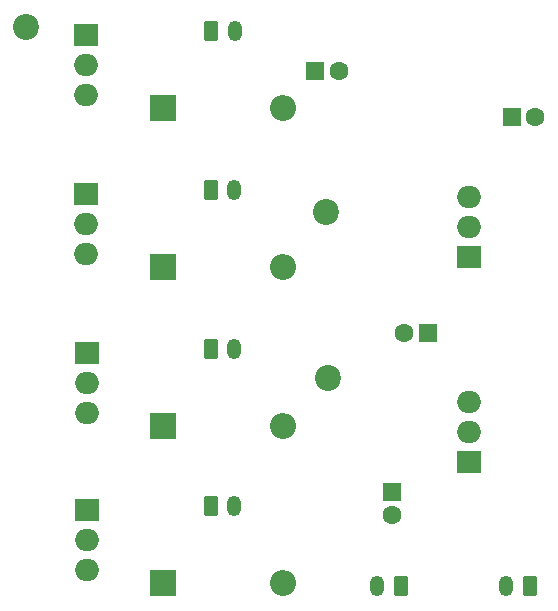
<source format=gbr>
%TF.GenerationSoftware,KiCad,Pcbnew,7.0.7*%
%TF.CreationDate,2024-03-27T23:03:56-04:00*%
%TF.ProjectId,pneu_pwr_brd,706e6575-5f70-4777-925f-6272642e6b69,rev?*%
%TF.SameCoordinates,Original*%
%TF.FileFunction,Soldermask,Bot*%
%TF.FilePolarity,Negative*%
%FSLAX46Y46*%
G04 Gerber Fmt 4.6, Leading zero omitted, Abs format (unit mm)*
G04 Created by KiCad (PCBNEW 7.0.7) date 2024-03-27 23:03:56*
%MOMM*%
%LPD*%
G01*
G04 APERTURE LIST*
G04 Aperture macros list*
%AMRoundRect*
0 Rectangle with rounded corners*
0 $1 Rounding radius*
0 $2 $3 $4 $5 $6 $7 $8 $9 X,Y pos of 4 corners*
0 Add a 4 corners polygon primitive as box body*
4,1,4,$2,$3,$4,$5,$6,$7,$8,$9,$2,$3,0*
0 Add four circle primitives for the rounded corners*
1,1,$1+$1,$2,$3*
1,1,$1+$1,$4,$5*
1,1,$1+$1,$6,$7*
1,1,$1+$1,$8,$9*
0 Add four rect primitives between the rounded corners*
20,1,$1+$1,$2,$3,$4,$5,0*
20,1,$1+$1,$4,$5,$6,$7,0*
20,1,$1+$1,$6,$7,$8,$9,0*
20,1,$1+$1,$8,$9,$2,$3,0*%
G04 Aperture macros list end*
%ADD10C,2.200000*%
%ADD11RoundRect,0.250000X-0.350000X-0.625000X0.350000X-0.625000X0.350000X0.625000X-0.350000X0.625000X0*%
%ADD12O,1.200000X1.750000*%
%ADD13R,2.000000X1.905000*%
%ADD14O,2.000000X1.905000*%
%ADD15R,2.200000X2.200000*%
%ADD16O,2.200000X2.200000*%
%ADD17R,1.600000X1.600000*%
%ADD18C,1.600000*%
%ADD19RoundRect,0.250000X0.350000X0.625000X-0.350000X0.625000X-0.350000X-0.625000X0.350000X-0.625000X0*%
G04 APERTURE END LIST*
D10*
%TO.C,REF\u002A\u002A*%
X165227000Y-69088000D03*
%TD*%
D11*
%TO.C,J6*%
X155448000Y-94023000D03*
D12*
X157448000Y-94023000D03*
%TD*%
D13*
%TO.C,U1*%
X177348000Y-72898000D03*
D14*
X177348000Y-70358000D03*
X177348000Y-67818000D03*
%TD*%
D13*
%TO.C,Q6*%
X144978000Y-94361000D03*
D14*
X144978000Y-96901000D03*
X144978000Y-99441000D03*
%TD*%
D11*
%TO.C,J3*%
X155464000Y-53806000D03*
D12*
X157464000Y-53806000D03*
%TD*%
D15*
%TO.C,D4*%
X151368000Y-100542000D03*
D16*
X161528000Y-100542000D03*
%TD*%
D10*
%TO.C,REF\u002A\u002A*%
X165354000Y-83185000D03*
%TD*%
D17*
%TO.C,C4*%
X170815000Y-92770888D03*
D18*
X170815000Y-94770888D03*
%TD*%
D15*
%TO.C,D2*%
X151368000Y-73745000D03*
D16*
X161528000Y-73745000D03*
%TD*%
D19*
%TO.C,J2*%
X171561000Y-100753000D03*
D12*
X169561000Y-100753000D03*
%TD*%
D15*
%TO.C,D1*%
X151368000Y-60283000D03*
D16*
X161528000Y-60283000D03*
%TD*%
D10*
%TO.C,REF\u002A\u002A*%
X139827000Y-53467000D03*
%TD*%
D13*
%TO.C,Q3*%
X144851000Y-54102000D03*
D14*
X144851000Y-56642000D03*
X144851000Y-59182000D03*
%TD*%
D19*
%TO.C,J1*%
X182483000Y-100753000D03*
D12*
X180483000Y-100753000D03*
%TD*%
D17*
%TO.C,C2*%
X173802113Y-79375000D03*
D18*
X171802113Y-79375000D03*
%TD*%
D13*
%TO.C,Q5*%
X144978000Y-81026000D03*
D14*
X144978000Y-83566000D03*
X144978000Y-86106000D03*
%TD*%
D15*
%TO.C,D3*%
X151368000Y-87207000D03*
D16*
X161528000Y-87207000D03*
%TD*%
D11*
%TO.C,J4*%
X155432000Y-67268000D03*
D12*
X157432000Y-67268000D03*
%TD*%
D11*
%TO.C,J5*%
X155448000Y-80688000D03*
D12*
X157448000Y-80688000D03*
%TD*%
D17*
%TO.C,C3*%
X180908888Y-61087000D03*
D18*
X182908888Y-61087000D03*
%TD*%
D13*
%TO.C,Q4*%
X144851000Y-67564000D03*
D14*
X144851000Y-70104000D03*
X144851000Y-72644000D03*
%TD*%
D13*
%TO.C,U2*%
X177348000Y-90297000D03*
D14*
X177348000Y-87757000D03*
X177348000Y-85217000D03*
%TD*%
D17*
%TO.C,C1*%
X164271888Y-57150000D03*
D18*
X166271888Y-57150000D03*
%TD*%
M02*

</source>
